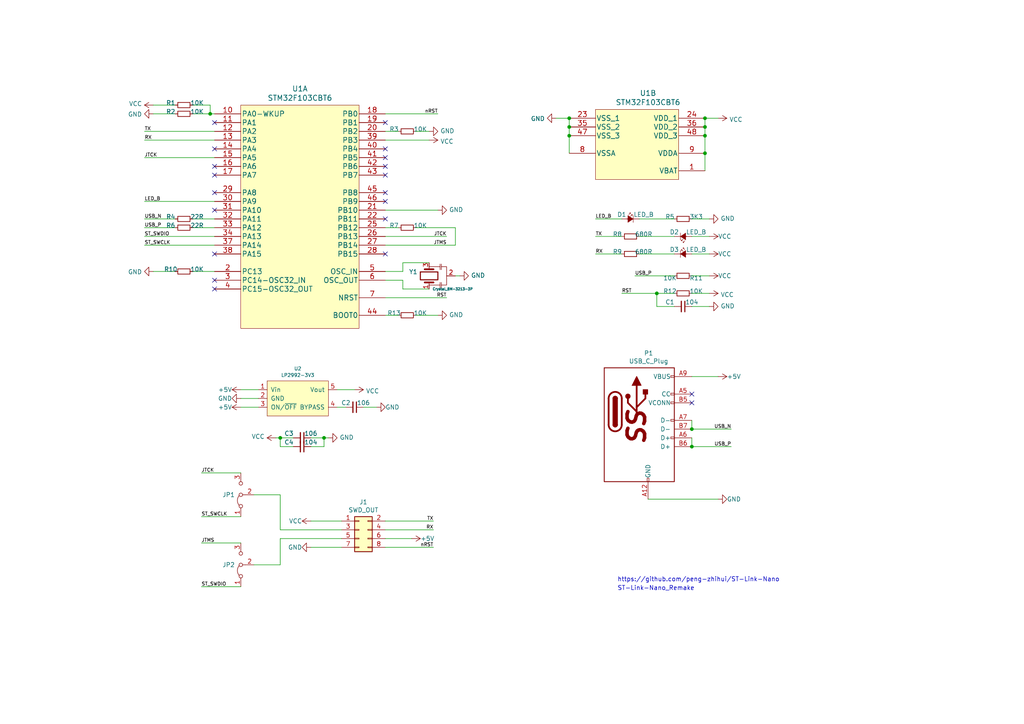
<source format=kicad_sch>
(kicad_sch (version 20211123) (generator eeschema)
  (paper "A4")
  (title_block (title "ST-Link-Nano-Remake") (date "2022-04-18") (rev "V0.1") (company "yelvlab") (comment 1 "From peng-zhihui") (comment 2 "Remake"))
  (lib_symbols
    (symbol "BPI-BasicComponents:C" (pin_numbers hide) (pin_names (offset 0.254) hide)
      (property "Reference" "C" (at 0.254 1.778 0))
      (property "Value" "BPI-BasicComponents_C" (at 0.254 -2.032 0))
      (symbol "C_0_1"
        (polyline (pts (xy -1.524 -0.508) (xy 1.524 -0.508)) (stroke (width 0.3302)))
        (polyline (pts (xy -1.524 0.508) (xy 1.524 0.508)) (stroke (width 0.3048)))
      )
      (symbol "C_1_1"
        (pin passive line (at 0 2.54 270) (length 2.032) (name "~") (number "1"))
        (pin passive line (at 0 -2.54 90) (length 2.032) (name "~") (number "2"))
      )
    )
    (symbol "BPI-BasicComponents:LED" (pin_numbers hide) (pin_names (offset 0.254) hide)
      (property "Reference" "D" (at -1.27 3.175 0))
      (property "Value" "BPI-BasicComponents_LED" (at -4.445 -2.54 0))
      (symbol "LED_0_1"
        (polyline (pts (xy -0.762 -1.016) (xy -0.762 1.016)) (stroke (width 0.127)))
        (polyline (pts (xy 1.016 0) (xy -0.762 0)))
        (polyline (pts (xy 0.762 -1.016) (xy -0.762 0) (xy 0.762 1.016) (xy 0.762 -1.016)) (stroke (width 0.0254)) (fill (type outline)))
        (polyline (pts (xy 0 0.762) (xy -0.508 1.27) (xy -0.254 1.27) (xy -0.508 1.27) (xy -0.508 1.016)) (stroke (width 0.127)))
        (polyline (pts (xy 0.508 1.27) (xy 0 1.778) (xy 0.254 1.778) (xy 0 1.778) (xy 0 1.524)) (stroke (width 0.127)))
      )
      (symbol "LED_1_1"
        (pin passive line (at -2.54 0 0) (length 1.778) (name "K") (number "1"))
        (pin passive line (at 2.54 0 180) (length 1.778) (name "A") (number "2"))
      )
    )
    (symbol "BPI-BasicComponents:R" (pin_numbers hide) (pin_names (offset 0.254) hide)
      (property "Reference" "R" (at 0.762 0.508 0))
      (property "Value" "BPI-BasicComponents_R" (at 0.762 -1.016 0))
      (symbol "R_0_1"
        (rectangle (start -0.762 1.778) (end 0.762 -1.778) (stroke (width 0.2032)))
      )
      (symbol "R_1_1"
        (pin passive line (at 0 2.54 270) (length 0.762) (name "~") (number "1"))
        (pin passive line (at 0 -2.54 90) (length 0.762) (name "~") (number "2"))
      )
    )
    (symbol "BPI-Connector:USB_C_Plug" (pin_names (offset 1.016))
      (property "Reference" "P" (at -10.16 29.21 0))
      (property "Value" "BPI-Connector_USB_C_Plug" (at 10.16 29.21 0))
      (symbol "USB_C_Plug_0_0"
        (rectangle (start 2.286 -5.08) (end 2.794 -4.064))
        (rectangle (start 10.16 7.874) (end 9.144 7.366))
        (rectangle (start 10.16 12.954) (end 9.144 12.446))
        (rectangle (start 10.16 18.034) (end 9.144 17.526))
        (rectangle (start 10.16 20.574) (end 9.144 20.066))
        (rectangle (start 10.16 25.654) (end 9.144 25.146))
        (text "SS" (at -0.762 10.795 900) (effects (font (size 5.08 5.08) bold italic)))
      )
      (symbol "USB_C_Plug_0_1"
        (rectangle (start -10.16 27.94) (end 10.16 -5.08) (stroke (width 0.254)))
        (arc (start -8.89 11.43) (mid -6.985 9.525) (end -5.08 11.43) (stroke (width 0.508)))
        (arc (start -7.62 11.43) (mid -6.985 10.795) (end -6.35 11.43) (stroke (width 0.254)))
        (arc (start -7.62 11.43) (mid -6.985 10.795) (end -6.35 11.43) (stroke (width 0.254)) (fill (type outline)))
        (rectangle (start -7.62 11.43) (end -6.35 19.05) (stroke (width 0.254)) (fill (type outline)))
        (arc (start -6.35 19.05) (mid -6.985 19.685) (end -7.62 19.05) (stroke (width 0.254)))
        (arc (start -6.35 19.05) (mid -6.985 19.685) (end -7.62 19.05) (stroke (width 0.254)) (fill (type outline)))
        (arc (start -5.08 19.05) (mid -6.985 20.955) (end -8.89 19.05) (stroke (width 0.508)))
        (circle (center -3.302 19.685) (radius 0.635) (stroke (width 0.254)) (fill (type outline)))
        (polyline (pts (xy -8.89 11.43) (xy -8.89 19.05)) (stroke (width 0.508)))
        (polyline (pts (xy -5.08 19.05) (xy -5.08 11.43)) (stroke (width 0.508)))
        (polyline (pts (xy -0.762 13.97) (xy -0.762 22.86)) (stroke (width 0.508)))
        (polyline (pts (xy -0.762 15.24) (xy -3.302 17.78) (xy -3.302 19.05)) (stroke (width 0.508)))
        (polyline (pts (xy -0.762 16.51) (xy 1.778 19.05) (xy 1.778 20.32)) (stroke (width 0.508)))
        (polyline (pts (xy -2.032 22.86) (xy -0.762 25.4) (xy 0.508 22.86) (xy -2.032 22.86)) (stroke (width 0.254)) (fill (type outline)))
        (rectangle (start 1.143 20.32) (end 2.413 21.59) (stroke (width 0.254)) (fill (type outline)))
      )
      (symbol "USB_C_Plug_1_1"
        (pin power_in line (at 2.54 -10.16 90) (length 5.08) hide (name "GND") (number "A1"))
        (pin power_in line (at 2.54 -10.16 90) (length 5.08) (name "GND") (number "A12"))
        (pin power_in line (at 15.24 25.4 180) (length 5.08) hide (name "VBUS") (number "A4"))
        (pin bidirectional line (at 15.24 20.32 180) (length 5.08) (name "CC") (number "A5"))
        (pin bidirectional line (at 15.24 7.62 180) (length 5.08) (name "D+") (number "A6"))
        (pin bidirectional line (at 15.24 12.7 180) (length 5.08) (name "D-") (number "A7"))
        (pin power_in line (at 15.24 25.4 180) (length 5.08) (name "VBUS") (number "A9"))
        (pin passive line (at 2.54 -10.16 90) (length 5.08) hide (name "GND") (number "B1"))
        (pin passive line (at 2.54 -10.16 90) (length 5.08) hide (name "GND") (number "B12"))
        (pin passive line (at 15.24 25.4 180) (length 5.08) hide (name "VBUS") (number "B4"))
        (pin bidirectional line (at 15.24 17.78 180) (length 5.08) (name "VCONN") (number "B5"))
        (pin bidirectional line (at 15.24 5.08 180) (length 5.08) (name "D+") (number "B6"))
        (pin bidirectional line (at 15.24 10.16 180) (length 5.08) (name "D-") (number "B7"))
        (pin passive line (at 15.24 25.4 180) (length 5.08) hide (name "VBUS") (number "B9"))
        (pin passive line (at 2.54 -10.16 90) (length 5.08) hide (name "GND") (number "S1"))
      )
    )
    (symbol "BPI-Crystal:Crystal_16M-3213-3P" (pin_names (offset 1.016))
      (property "Reference" "Y" (at 1.27 4.445 0))
      (property "Value" "BPI-Crystal_Crystal_16M-3213-3P" (at 1.27 4.445 0))
      (symbol "Crystal_16M-3213-3P_0_1"
        (polyline (pts (xy -3.556 -3.556) (xy -1.905 -3.556)))
        (polyline (pts (xy -3.556 -3.175) (xy -1.905 -3.175)))
        (polyline (pts (xy -2.667 0) (xy -2.667 -3.175)))
        (polyline (pts (xy 1.778 -3.556) (xy 3.429 -3.556)))
        (polyline (pts (xy 1.778 -3.175) (xy 3.429 -3.175)))
        (polyline (pts (xy 2.667 0) (xy 2.667 -3.175)))
        (polyline (pts (xy -2.667 -3.556) (xy -2.667 -5.08) (xy 2.667 -5.08) (xy 2.667 -3.556)))
      )
      (symbol "Crystal_16M-3213-3P_1_1"
        (rectangle (start -1.143 2.54) (end 1.143 -2.54) (stroke (width 0.3048)))
        (polyline (pts (xy -2.54 0) (xy -1.905 0)))
        (polyline (pts (xy -1.905 -1.27) (xy -1.905 1.27)) (stroke (width 0.508)))
        (polyline (pts (xy 1.905 -1.27) (xy 1.905 1.27)) (stroke (width 0.508)))
        (polyline (pts (xy 2.54 0) (xy 1.905 0)))
        (pin passive line (at -3.81 0 0) (length 1.27) (name "~") (number "1"))
        (pin bidirectional line (at 0 -7.62 90) (length 2.54) (name "~") (number "2"))
        (pin passive line (at 3.81 0 180) (length 1.27) (name "~") (number "3"))
      )
    )
    (symbol "BPI-MCU:STM32F103CBT6" (pin_names (offset 0.254))
      (property "Reference" "U" (at 1.27 3.81 0))
      (property "Value" "BPI-MCU_STM32F103CBT6" (at 8.89 1.27 0))
      (symbol "STM32F103CBT6_1_1"
        (rectangle (start 0 0) (end 34.29 -64.77) (stroke (width 0.127)) (fill (type background)))
        (pin bidirectional line (at -7.62 -2.54 0) (length 7.62) (name "PA0-WKUP") (number "10"))
        (pin bidirectional line (at -7.62 -5.08 0) (length 7.62) (name "PA1") (number "11"))
        (pin bidirectional line (at -7.62 -7.62 0) (length 7.62) (name "PA2") (number "12"))
        (pin bidirectional line (at -7.62 -10.16 0) (length 7.62) (name "PA3") (number "13"))
        (pin bidirectional line (at -7.62 -12.7 0) (length 7.62) (name "PA4") (number "14"))
        (pin bidirectional line (at -7.62 -15.24 0) (length 7.62) (name "PA5") (number "15"))
        (pin bidirectional line (at -7.62 -17.78 0) (length 7.62) (name "PA6") (number "16"))
        (pin bidirectional line (at -7.62 -20.32 0) (length 7.62) (name "PA7") (number "17"))
        (pin bidirectional line (at 41.91 -2.54 180) (length 7.62) (name "PB0") (number "18"))
        (pin bidirectional line (at 41.91 -5.08 180) (length 7.62) (name "PB1") (number "19"))
        (pin bidirectional line (at -7.62 -48.26 0) (length 7.62) (name "PC13") (number "2"))
        (pin bidirectional line (at 41.91 -7.62 180) (length 7.62) (name "PB2") (number "20"))
        (pin bidirectional line (at 41.91 -30.48 180) (length 7.62) (name "PB10") (number "21"))
        (pin bidirectional line (at 41.91 -33.02 180) (length 7.62) (name "PB11") (number "22"))
        (pin bidirectional line (at 41.91 -35.56 180) (length 7.62) (name "PB12") (number "25"))
        (pin bidirectional line (at 41.91 -38.1 180) (length 7.62) (name "PB13") (number "26"))
        (pin bidirectional line (at 41.91 -40.64 180) (length 7.62) (name "PB14") (number "27"))
        (pin bidirectional line (at 41.91 -43.18 180) (length 7.62) (name "PB15") (number "28"))
        (pin bidirectional line (at -7.62 -25.4 0) (length 7.62) (name "PA8") (number "29"))
        (pin bidirectional line (at -7.62 -50.8 0) (length 7.62) (name "PC14-OSC32_IN") (number "3"))
        (pin bidirectional line (at -7.62 -27.94 0) (length 7.62) (name "PA9") (number "30"))
        (pin bidirectional line (at -7.62 -30.48 0) (length 7.62) (name "PA10") (number "31"))
        (pin bidirectional line (at -7.62 -33.02 0) (length 7.62) (name "PA11") (number "32"))
        (pin bidirectional line (at -7.62 -35.56 0) (length 7.62) (name "PA12") (number "33"))
        (pin bidirectional line (at -7.62 -38.1 0) (length 7.62) (name "PA13") (number "34"))
        (pin bidirectional line (at -7.62 -40.64 0) (length 7.62) (name "PA14") (number "37"))
        (pin bidirectional line (at -7.62 -43.18 0) (length 7.62) (name "PA15") (number "38"))
        (pin bidirectional line (at 41.91 -10.16 180) (length 7.62) (name "PB3") (number "39"))
        (pin bidirectional line (at -7.62 -53.34 0) (length 7.62) (name "PC15-OSC32_OUT") (number "4"))
        (pin bidirectional line (at 41.91 -12.7 180) (length 7.62) (name "PB4") (number "40"))
        (pin bidirectional line (at 41.91 -15.24 180) (length 7.62) (name "PB5") (number "41"))
        (pin bidirectional line (at 41.91 -17.78 180) (length 7.62) (name "PB6") (number "42"))
        (pin bidirectional line (at 41.91 -20.32 180) (length 7.62) (name "PB7") (number "43"))
        (pin input line (at 41.91 -60.96 180) (length 7.62) (name "BOOT0") (number "44"))
        (pin bidirectional line (at 41.91 -25.4 180) (length 7.62) (name "PB8") (number "45"))
        (pin bidirectional line (at 41.91 -27.94 180) (length 7.62) (name "PB9") (number "46"))
        (pin input line (at 41.91 -48.26 180) (length 7.62) (name "OSC_IN") (number "5"))
        (pin output line (at 41.91 -50.8 180) (length 7.62) (name "OSC_OUT") (number "6"))
        (pin bidirectional line (at 41.91 -55.88 180) (length 7.62) (name "NRST") (number "7"))
      )
      (symbol "STM32F103CBT6_2_1"
        (rectangle (start 0 0) (end 24.13 -20.32) (stroke (width 0.127)) (fill (type background)))
        (pin power_in line (at 31.75 -17.78 180) (length 7.62) (name "VBAT") (number "1"))
        (pin power_in line (at -7.62 -2.54 0) (length 7.62) (name "VSS_1") (number "23"))
        (pin power_in line (at 31.75 -2.54 180) (length 7.62) (name "VDD_1") (number "24"))
        (pin power_in line (at -7.62 -5.08 0) (length 7.62) (name "VSS_2") (number "35"))
        (pin power_in line (at 31.75 -5.08 180) (length 7.62) (name "VDD_2") (number "36"))
        (pin power_in line (at -7.62 -7.62 0) (length 7.62) (name "VSS_3") (number "47"))
        (pin power_in line (at 31.75 -7.62 180) (length 7.62) (name "VDD_3") (number "48"))
        (pin power_in line (at -7.62 -12.7 0) (length 7.62) (name "VSSA") (number "8"))
        (pin power_in line (at 31.75 -12.7 180) (length 7.62) (name "VDDA") (number "9"))
      )
    )
    (symbol "BPI-Power-LDO:LP2992" (pin_names (offset 1.016))
      (property "Reference" "U" (at 0 1.27 0))
      (property "Value" "BPI-Power-LDO_LP2992" (at 0 1.27 0))
      (symbol "LP2992_0_1"
        (rectangle (start 0 0) (end 17.78 -10.16) (stroke (width 0.127)) (fill (type background)))
      )
      (symbol "LP2992_1_1"
        (pin power_in line (at -2.54 -2.54 0) (length 2.54) (name "Vin") (number "1"))
        (pin power_in line (at -2.54 -5.08 0) (length 2.54) (name "GND") (number "2"))
        (pin input line (at -2.54 -7.62 0) (length 2.54) (name "ON/~{OFF}") (number "3"))
        (pin input line (at 20.32 -7.62 180) (length 2.54) (name "BYPASS") (number "4"))
        (pin power_out line (at 20.32 -2.54 180) (length 2.54) (name "Vout") (number "5"))
      )
    )
    (symbol "Connector_Generic:Conn_02x04_Odd_Even" (pin_names (offset 1.016) hide)
      (property "Reference" "J" (at 1.27 5.08 0))
      (property "Value" "Conn_02x04_Odd_Even" (at 1.27 -7.62 0))
      (symbol "Conn_02x04_Odd_Even_1_1"
        (rectangle (start -1.27 -4.953) (end 0 -5.207) (stroke (width 0.1524)))
        (rectangle (start -1.27 -2.413) (end 0 -2.667) (stroke (width 0.1524)))
        (rectangle (start -1.27 0.127) (end 0 -0.127) (stroke (width 0.1524)))
        (rectangle (start -1.27 2.667) (end 0 2.413) (stroke (width 0.1524)))
        (rectangle (start -1.27 3.81) (end 3.81 -6.35) (stroke (width 0.254)) (fill (type background)))
        (rectangle (start 3.81 -4.953) (end 2.54 -5.207) (stroke (width 0.1524)))
        (rectangle (start 3.81 -2.413) (end 2.54 -2.667) (stroke (width 0.1524)))
        (rectangle (start 3.81 0.127) (end 2.54 -0.127) (stroke (width 0.1524)))
        (rectangle (start 3.81 2.667) (end 2.54 2.413) (stroke (width 0.1524)))
        (pin passive line (at -5.08 2.54 0) (length 3.81) (name "Pin_1") (number "1"))
        (pin passive line (at 7.62 2.54 180) (length 3.81) (name "Pin_2") (number "2"))
        (pin passive line (at -5.08 0 0) (length 3.81) (name "Pin_3") (number "3"))
        (pin passive line (at 7.62 0 180) (length 3.81) (name "Pin_4") (number "4"))
        (pin passive line (at -5.08 -2.54 0) (length 3.81) (name "Pin_5") (number "5"))
        (pin passive line (at 7.62 -2.54 180) (length 3.81) (name "Pin_6") (number "6"))
        (pin passive line (at -5.08 -5.08 0) (length 3.81) (name "Pin_7") (number "7"))
        (pin passive line (at 7.62 -5.08 180) (length 3.81) (name "Pin_8") (number "8"))
      )
    )
    (symbol "Jumper:Jumper_3_Bridged12" (pin_names (offset 0) hide)
      (property "Reference" "JP" (at -2.54 -2.54 0))
      (property "Value" "Jumper_3_Bridged12" (at 0 2.794 0))
      (symbol "Jumper_3_Bridged12_0_0"
        (circle (center -3.302 0) (radius 0.508))
        (circle (center 0 0) (radius 0.508))
        (circle (center 3.302 0) (radius 0.508))
      )
      (symbol "Jumper_3_Bridged12_0_1"
        (arc (start -0.254 0.508) (mid -1.651 0.9912) (end -3.048 0.508))
        (polyline (pts (xy 0 -1.27) (xy 0 -0.508)))
      )
      (symbol "Jumper_3_Bridged12_1_1"
        (pin passive line (at -6.35 0 0) (length 2.54) (name "A") (number "1"))
        (pin passive line (at 0 -3.81 90) (length 2.54) (name "C") (number "2"))
        (pin passive line (at 6.35 0 180) (length 2.54) (name "B") (number "3"))
      )
    )
    (symbol "power:+5V" (power) (pin_names (offset 0))
      (property "Value" "+5V" (at 0 3.556 0))
      (symbol "+5V_0_1"
        (polyline (pts (xy -0.762 1.27) (xy 0 2.54)))
        (polyline (pts (xy 0 0) (xy 0 2.54)))
        (polyline (pts (xy 0 2.54) (xy 0.762 1.27)))
      )
      (symbol "+5V_1_1"
        (pin power_in line (at 0 0 90) (length 0) hide (name "+5V") (number "1"))
      )
    )
    (symbol "power:GND" (power) (pin_names (offset 0))
      (property "Value" "GND" (at 0 -3.81 0))
      (symbol "GND_0_1"
        (polyline (pts (xy 0 0) (xy 0 -1.27) (xy 1.27 -1.27) (xy 0 -2.54) (xy -1.27 -1.27) (xy 0 -1.27)))
      )
      (symbol "GND_1_1"
        (pin power_in line (at 0 0 270) (length 0) hide (name "GND") (number "1"))
      )
    )
    (symbol "power:VCC" (power) (pin_names (offset 0))
      (property "Value" "VCC" (at 0 3.81 0))
      (symbol "VCC_0_1"
        (polyline (pts (xy -0.762 1.27) (xy 0 2.54)))
        (polyline (pts (xy 0 0) (xy 0 2.54)))
        (polyline (pts (xy 0 2.54) (xy 0.762 1.27)))
      )
      (symbol "VCC_1_1"
        (pin power_in line (at 0 0 90) (length 0) hide (name "VCC") (number "1"))
      )
    )
  )
  (junction (at 93.98 127))
  (junction (at 204.47 36.83))
  (junction (at 60.96 33.02))
  (junction (at 190.5 85.09))
  (junction (at 81.28 127))
  (junction (at 204.47 34.29))
  (junction (at 204.47 39.37))
  (junction (at 165.1 36.83))
  (junction (at 165.1 34.29))
  (junction (at 200.66 124.46))
  (junction (at 200.66 129.54))
  (junction (at 204.47 44.45))
  (junction (at 165.1 39.37))
  (no_connect (at 62.23 48.26))
  (no_connect (at 62.23 55.88))
  (no_connect (at 62.23 83.82))
  (no_connect (at 62.23 81.28))
  (no_connect (at 62.23 50.8))
  (no_connect (at 62.23 60.96))
  (no_connect (at 200.66 116.84))
  (no_connect (at 111.76 45.72))
  (no_connect (at 111.76 43.18))
  (no_connect (at 111.76 50.8))
  (no_connect (at 111.76 58.42))
  (no_connect (at 62.23 73.66))
  (no_connect (at 111.76 55.88))
  (no_connect (at 111.76 73.66))
  (no_connect (at 111.76 35.56))
  (no_connect (at 111.76 63.5))
  (no_connect (at 111.76 48.26))
  (no_connect (at 200.66 114.3))
  (no_connect (at 62.23 43.18))
  (no_connect (at 62.23 35.56))
  (wire (pts (xy 185.42 68.58) (xy 195.58 68.58)))
  (wire (pts (xy 165.1 34.29) (xy 161.29 34.29)))
  (wire (pts (xy 50.8 63.5) (xy 41.91 63.5)))
  (wire (pts (xy 99.06 151.13) (xy 90.17 151.13)))
  (wire (pts (xy 81.28 156.21) (xy 99.06 156.21)))
  (wire (pts (xy 62.23 40.64) (xy 41.91 40.64)))
  (wire (pts (xy 111.76 40.64) (xy 124.46 40.64)))
  (wire (pts (xy 180.34 73.66) (xy 172.72 73.66)))
  (wire (pts (xy 132.08 71.12) (xy 111.76 71.12)))
  (wire (pts (xy 200.66 68.58) (xy 205.74 68.58)))
  (wire (pts (xy 200.66 73.66) (xy 205.74 73.66)))
  (wire (pts (xy 80.01 127) (xy 81.28 127)))
  (wire (pts (xy 93.98 129.54) (xy 93.98 127)))
  (wire (pts (xy 111.76 33.02) (xy 127 33.02)))
  (wire (pts (xy 204.47 49.53) (xy 204.47 44.45)))
  (wire (pts (xy 62.23 58.42) (xy 41.91 58.42)))
  (wire (pts (xy 200.66 88.9) (xy 205.74 88.9)))
  (wire (pts (xy 111.76 91.44) (xy 115.57 91.44)))
  (wire (pts (xy 74.93 115.57) (xy 69.85 115.57)))
  (wire (pts (xy 111.76 60.96) (xy 127 60.96)))
  (wire (pts (xy 97.79 113.03) (xy 102.87 113.03)))
  (wire (pts (xy 116.84 78.74) (xy 111.76 78.74)))
  (wire (pts (xy 60.96 30.48) (xy 60.96 33.02)))
  (wire (pts (xy 62.23 68.58) (xy 41.91 68.58)))
  (wire (pts (xy 44.45 78.74) (xy 50.8 78.74)))
  (wire (pts (xy 111.76 38.1) (xy 115.57 38.1)))
  (wire (pts (xy 195.58 80.01) (xy 184.15 80.01)))
  (wire (pts (xy 132.08 66.04) (xy 132.08 71.12)))
  (wire (pts (xy 74.93 113.03) (xy 69.85 113.03)))
  (wire (pts (xy 190.5 88.9) (xy 190.5 85.09)))
  (wire (pts (xy 165.1 36.83) (xy 165.1 34.29)))
  (wire (pts (xy 180.34 63.5) (xy 172.72 63.5)))
  (wire (pts (xy 73.66 143.51) (xy 81.28 143.51)))
  (wire (pts (xy 81.28 163.83) (xy 81.28 156.21)))
  (wire (pts (xy 69.85 149.86) (xy 58.42 149.86)))
  (wire (pts (xy 73.66 163.83) (xy 81.28 163.83)))
  (wire (pts (xy 116.84 83.82) (xy 124.46 83.82)))
  (wire (pts (xy 200.66 80.01) (xy 205.74 80.01)))
  (wire (pts (xy 97.79 118.11) (xy 100.33 118.11)))
  (wire (pts (xy 185.42 73.66) (xy 195.58 73.66)))
  (wire (pts (xy 200.66 85.09) (xy 205.74 85.09)))
  (wire (pts (xy 116.84 81.28) (xy 116.84 83.82)))
  (wire (pts (xy 90.17 127) (xy 93.98 127)))
  (wire (pts (xy 120.65 38.1) (xy 124.46 38.1)))
  (wire (pts (xy 74.93 118.11) (xy 69.85 118.11)))
  (wire (pts (xy 69.85 137.16) (xy 58.42 137.16)))
  (wire (pts (xy 81.28 129.54) (xy 85.09 129.54)))
  (wire (pts (xy 185.42 63.5) (xy 195.58 63.5)))
  (wire (pts (xy 200.66 129.54) (xy 212.09 129.54)))
  (wire (pts (xy 187.96 144.78) (xy 208.28 144.78)))
  (wire (pts (xy 200.66 63.5) (xy 205.74 63.5)))
  (wire (pts (xy 204.47 44.45) (xy 204.47 39.37)))
  (wire (pts (xy 50.8 33.02) (xy 44.45 33.02)))
  (wire (pts (xy 105.41 118.11) (xy 109.22 118.11)))
  (wire (pts (xy 132.08 80.01) (xy 133.35 80.01)))
  (wire (pts (xy 204.47 34.29) (xy 208.28 34.29)))
  (wire (pts (xy 55.88 33.02) (xy 60.96 33.02)))
  (wire (pts (xy 69.85 170.18) (xy 58.42 170.18)))
  (wire (pts (xy 124.46 76.2) (xy 116.84 76.2)))
  (wire (pts (xy 116.84 76.2) (xy 116.84 78.74)))
  (wire (pts (xy 125.73 158.75) (xy 111.76 158.75)))
  (wire (pts (xy 120.65 66.04) (xy 132.08 66.04)))
  (wire (pts (xy 204.47 39.37) (xy 204.47 36.83)))
  (wire (pts (xy 93.98 127) (xy 95.25 127)))
  (wire (pts (xy 69.85 157.48) (xy 58.42 157.48)))
  (wire (pts (xy 55.88 78.74) (xy 62.23 78.74)))
  (wire (pts (xy 99.06 158.75) (xy 90.17 158.75)))
  (wire (pts (xy 62.23 38.1) (xy 41.91 38.1)))
  (wire (pts (xy 81.28 143.51) (xy 81.28 153.67)))
  (wire (pts (xy 90.17 129.54) (xy 93.98 129.54)))
  (wire (pts (xy 50.8 30.48) (xy 44.45 30.48)))
  (wire (pts (xy 111.76 81.28) (xy 116.84 81.28)))
  (wire (pts (xy 125.73 151.13) (xy 111.76 151.13)))
  (wire (pts (xy 111.76 68.58) (xy 129.54 68.58)))
  (wire (pts (xy 81.28 127) (xy 81.28 129.54)))
  (wire (pts (xy 204.47 36.83) (xy 204.47 34.29)))
  (wire (pts (xy 165.1 39.37) (xy 165.1 36.83)))
  (wire (pts (xy 195.58 88.9) (xy 190.5 88.9)))
  (wire (pts (xy 120.65 91.44) (xy 127 91.44)))
  (wire (pts (xy 180.34 68.58) (xy 172.72 68.58)))
  (wire (pts (xy 55.88 66.04) (xy 62.23 66.04)))
  (wire (pts (xy 62.23 71.12) (xy 41.91 71.12)))
  (wire (pts (xy 55.88 63.5) (xy 62.23 63.5)))
  (wire (pts (xy 111.76 66.04) (xy 115.57 66.04)))
  (wire (pts (xy 81.28 153.67) (xy 99.06 153.67)))
  (wire (pts (xy 200.66 124.46) (xy 212.09 124.46)))
  (wire (pts (xy 55.88 30.48) (xy 60.96 30.48)))
  (wire (pts (xy 180.34 85.09) (xy 190.5 85.09)))
  (wire (pts (xy 200.66 127) (xy 200.66 129.54)))
  (wire (pts (xy 119.38 156.21) (xy 111.76 156.21)))
  (wire (pts (xy 165.1 44.45) (xy 165.1 39.37)))
  (wire (pts (xy 200.66 109.22) (xy 208.28 109.22)))
  (wire (pts (xy 50.8 66.04) (xy 41.91 66.04)))
  (wire (pts (xy 125.73 153.67) (xy 111.76 153.67)))
  (wire (pts (xy 190.5 85.09) (xy 195.58 85.09)))
  (wire (pts (xy 111.76 86.36) (xy 129.54 86.36)))
  (wire (pts (xy 81.28 127) (xy 85.09 127)))
  (wire (pts (xy 62.23 45.72) (xy 41.91 45.72)))
  (wire (pts (xy 60.96 33.02) (xy 62.23 33.02)))
  (wire (pts (xy 200.66 121.92) (xy 200.66 124.46)))
  (text "https://github.com/peng-zhihui/ST-Link-Nano" (at 179.07 168.91 0) (effects (font (size 1.27 1.27)) (justify left bottom)))
  (text "ST-Link-Nano_Remake\n" (at 179.07 171.45 0) (effects (font (size 1.27 1.27)) (justify left bottom)))
  (label "LED_B" (at 172.72 63.5 0) (effects (font (size 0.9906 0.9906))))
  (label "JTCK" (at 58.42 137.16 0) (effects (font (size 0.9906 0.9906))))
  (label "TX" (at 125.73 151.13 180) (effects (font (size 0.9906 0.9906))))
  (label "ST_SWDIO" (at 41.91 68.58 0) (effects (font (size 0.9906 0.9906))))
  (label "RX" (at 172.72 73.66 0) (effects (font (size 0.9906 0.9906))))
  (label "TX" (at 172.72 68.58 0) (effects (font (size 0.9906 0.9906))))
  (label "USB_P" (at 41.91 66.04 0) (effects (font (size 0.9906 0.9906))))
  (label "USB_P" (at 184.15 80.01 0) (effects (font (size 0.9906 0.9906))))
  (label "JTCK" (at 129.54 68.58 180) (effects (font (size 0.9906 0.9906))))
  (label "USB_N" (at 212.09 124.46 180) (effects (font (size 0.9906 0.9906))))
  (label "nRST" (at 125.73 158.75 180) (effects (font (size 0.9906 0.9906))))
  (label "LED_B" (at 41.91 58.42 0) (effects (font (size 0.9906 0.9906))))
  (label "ST_SWCLK" (at 41.91 71.12 0) (effects (font (size 0.9906 0.9906))))
  (label "USB_N" (at 41.91 63.5 0) (effects (font (size 0.9906 0.9906))))
  (label "JTMS" (at 58.42 157.48 0) (effects (font (size 0.9906 0.9906))))
  (label "TX" (at 41.91 38.1 0) (effects (font (size 0.9906 0.9906))))
  (label "RST" (at 180.34 85.09 0) (effects (font (size 0.9906 0.9906))))
  (label "RX" (at 125.73 153.67 180) (effects (font (size 0.9906 0.9906))))
  (label "RX" (at 41.91 40.64 0) (effects (font (size 0.9906 0.9906))))
  (label "USB_P" (at 212.09 129.54 180) (effects (font (size 0.9906 0.9906))))
  (label "JTCK" (at 41.91 45.72 0) (effects (font (size 0.9906 0.9906))))
  (label "RST" (at 129.54 86.36 180) (effects (font (size 0.9906 0.9906))))
  (label "ST_SWDIO" (at 58.42 170.18 0) (effects (font (size 0.9906 0.9906))))
  (label "JTMS" (at 129.54 71.12 180) (effects (font (size 0.9906 0.9906))))
  (label "ST_SWCLK" (at 58.42 149.86 0) (effects (font (size 0.9906 0.9906))))
  (label "nRST" (at 127 33.02 180) (effects (font (size 0.9906 0.9906))))
  (symbol (lib_id "BPI-MCU:STM32F103CBT6") (at 69.85 30.48 0) (unit 1)
    (property "Reference" "U1" (at 86.995 25.7302 0) (effects (font (size 1.524 1.524))))
    (property "Value" "STM32F103CBT6" (at 86.995 28.4226 0) (effects (font (size 1.524 1.524))))
    (property "Footprint" "BPI:QFP-48_7x7_Pitch0.5mm" (effects hide))
  )
  (symbol (lib_id "BPI-MCU:STM32F103CBT6") (at 172.72 31.75 0) (unit 2)
    (property "Reference" "U1" (at 187.96 27.0002 0) (effects (font (size 1.524 1.524))))
    (property "Value" "STM32F103CBT6" (at 187.96 29.6926 0) (effects (font (size 1.524 1.524))))
    (property "Footprint" "BPI:QFP-48_7x7_Pitch0.5mm" (effects hide))
  )
  (symbol (lib_id "BPI-BasicComponents:R") (at 53.34 33.02 270) (unit 1)
    (property "Reference" "R2" (at 49.53 32.385 90))
    (property "Value" "10K" (at 57.15 32.385 90))
    (property "Footprint" "BPI:R0402" (effects hide))
  )
  (symbol (lib_id "BPI-BasicComponents:R") (at 53.34 30.48 270) (unit 1)
    (property "Reference" "R1" (at 49.53 29.845 90))
    (property "Value" "10K" (at 57.15 29.845 90))
    (property "Footprint" "BPI:R0402" (effects hide))
  )
  (symbol (lib_id "power:VCC") (at 44.45 30.48 90) (unit 1)
    (property "Reference" "#PWR01" (effects hide))
    (property "Value" "VCC" (at 41.2242 30.099 90) (effects (justify left)))
  )
  (symbol (lib_id "power:GND") (at 44.45 33.02 270) (unit 1)
    (property "Reference" "#PWR02" (effects hide))
    (property "Value" "GND" (at 41.1988 33.147 90) (effects (justify right)))
  )
  (symbol (lib_id "BPI-BasicComponents:R") (at 53.34 63.5 270) (unit 1)
    (property "Reference" "R4" (at 49.53 62.865 90))
    (property "Value" "22R" (at 57.15 62.865 90))
    (property "Footprint" "BPI:R0402" (effects hide))
  )
  (symbol (lib_id "BPI-BasicComponents:R") (at 53.34 66.04 270) (unit 1)
    (property "Reference" "R6" (at 49.53 65.405 90))
    (property "Value" "22R" (at 57.15 65.405 90))
    (property "Footprint" "BPI:R0402" (effects hide))
  )
  (symbol (lib_id "BPI-Crystal:Crystal_16M-3213-3P") (at 124.46 80.01 90) (unit 1)
    (property "Reference" "Y1" (at 121.1326 78.8416 90) (effects (justify left)))
    (property "Value" "Crystal_8M-3213-3P" (at 137.16 83.82 90) (effects (font (size 0.7112 0.7112)) (justify left)))
    (property "Footprint" "BPI:CSTCE16M" (effects hide))
  )
  (symbol (lib_id "power:GND") (at 133.35 80.01 90) (unit 1)
    (property "Reference" "#PWR011" (effects hide))
    (property "Value" "GND" (at 136.6012 79.883 90) (effects (justify right)))
  )
  (symbol (lib_id "BPI-BasicComponents:R") (at 118.11 91.44 270) (unit 1)
    (property "Reference" "R13" (at 114.3 90.805 90))
    (property "Value" "10K" (at 121.92 90.805 90))
    (property "Footprint" "BPI:R0402" (effects hide))
  )
  (symbol (lib_id "power:GND") (at 127 91.44 90) (unit 1)
    (property "Reference" "#PWR015" (effects hide))
    (property "Value" "GND" (at 130.2512 91.313 90) (effects (justify right)))
  )
  (symbol (lib_id "BPI-BasicComponents:R") (at 198.12 85.09 270) (unit 1)
    (property "Reference" "R12" (at 194.31 84.455 90))
    (property "Value" "10K" (at 201.93 84.455 90))
    (property "Footprint" "BPI:R0402" (effects hide))
  )
  (symbol (lib_id "power:VCC") (at 205.74 85.09 270) (unit 1)
    (property "Reference" "#PWR013" (effects hide))
    (property "Value" "VCC" (at 208.9912 85.471 90) (effects (justify left)))
  )
  (symbol (lib_id "BPI-BasicComponents:C") (at 198.12 88.9 270) (unit 1)
    (property "Reference" "C1" (at 194.31 87.63 90))
    (property "Value" "104" (at 200.66 87.63 90))
    (property "Footprint" "BPI:C0402" (effects hide))
  )
  (symbol (lib_id "power:GND") (at 205.74 88.9 90) (unit 1)
    (property "Reference" "#PWR014" (effects hide))
    (property "Value" "GND" (at 208.9912 88.773 90) (effects (justify right)))
  )
  (symbol (lib_id "BPI-BasicComponents:R") (at 53.34 78.74 270) (unit 1)
    (property "Reference" "R10" (at 49.53 78.105 90))
    (property "Value" "10K" (at 57.15 78.105 90))
    (property "Footprint" "BPI:R0402" (effects hide))
  )
  (symbol (lib_id "power:GND") (at 44.45 78.74 270) (unit 1)
    (property "Reference" "#PWR010" (effects hide))
    (property "Value" "GND" (at 41.1988 78.867 90) (effects (justify right)))
  )
  (symbol (lib_id "BPI-BasicComponents:R") (at 118.11 66.04 270) (unit 1)
    (property "Reference" "R7" (at 114.3 65.405 90))
    (property "Value" "10K" (at 121.92 65.405 90))
    (property "Footprint" "BPI:R0402" (effects hide))
  )
  (symbol (lib_id "power:GND") (at 127 60.96 90) (unit 1)
    (property "Reference" "#PWR06" (effects hide))
    (property "Value" "GND" (at 130.2512 60.833 90) (effects (justify right)))
  )
  (symbol (lib_id "BPI-BasicComponents:R") (at 118.11 38.1 270) (unit 1)
    (property "Reference" "R3" (at 114.3 37.465 90))
    (property "Value" "10K" (at 121.92 37.465 90))
    (property "Footprint" "BPI:R0402" (effects hide))
  )
  (symbol (lib_id "power:VCC") (at 124.46 40.64 270) (unit 1)
    (property "Reference" "#PWR05" (effects hide))
    (property "Value" "VCC" (at 127.7112 41.021 90) (effects (justify left)))
  )
  (symbol (lib_id "power:VCC") (at 208.28 34.29 270) (unit 1)
    (property "Reference" "#PWR04" (effects hide))
    (property "Value" "VCC" (at 211.5312 34.671 90) (effects (justify left)))
  )
  (symbol (lib_id "power:GND") (at 161.29 34.29 270) (unit 1)
    (property "Reference" "#PWR03" (effects hide))
    (property "Value" "GND" (at 158.0388 34.417 90) (effects (justify right)))
  )
  (symbol (lib_id "BPI-Power-LDO:LP2992") (at 77.47 110.49 0) (unit 1)
    (property "Reference" "U2" (at 86.36 106.9086 0) (effects (font (size 0.9906 0.9906))))
    (property "Value" "LP2992-3V3" (at 86.36 108.8136 0) (effects (font (size 0.9906 0.9906))))
    (property "Footprint" "Package_TO_SOT_SMD:SOT-23-5" (effects hide))
  )
  (symbol (lib_id "power:+5V") (at 69.85 113.03 90) (unit 1)
    (property "Reference" "#PWR017" (effects hide))
    (property "Value" "+5V" (at 67.31 113.03 90) (effects (justify left)))
  )
  (symbol (lib_id "power:+5V") (at 69.85 118.11 90) (unit 1)
    (property "Reference" "#PWR020" (effects hide))
    (property "Value" "+5V" (at 67.31 118.11 90) (effects (justify left)))
  )
  (symbol (lib_id "power:GND") (at 69.85 115.57 270) (unit 1)
    (property "Reference" "#PWR019" (effects hide))
    (property "Value" "GND" (at 67.31 115.57 90) (effects (justify right)))
  )
  (symbol (lib_id "power:VCC") (at 102.87 113.03 270) (unit 1)
    (property "Reference" "#PWR018" (effects hide))
    (property "Value" "VCC" (at 106.1212 113.411 90) (effects (justify left)))
  )
  (symbol (lib_id "BPI-BasicComponents:C") (at 102.87 118.11 270) (unit 1)
    (property "Reference" "C2" (at 100.33 116.84 90))
    (property "Value" "106" (at 105.41 116.84 90))
    (property "Footprint" "BPI:C0402" (effects hide))
  )
  (symbol (lib_id "power:GND") (at 109.22 118.11 90) (unit 1)
    (property "Reference" "#PWR021" (effects hide))
    (property "Value" "GND" (at 111.76 118.11 90) (effects (justify right)))
  )
  (symbol (lib_id "BPI-BasicComponents:C") (at 87.63 127 270) (unit 1)
    (property "Reference" "C3" (at 83.82 125.73 90))
    (property "Value" "106" (at 90.17 125.73 90))
    (property "Footprint" "BPI:C0402" (effects hide))
  )
  (symbol (lib_id "BPI-BasicComponents:C") (at 87.63 129.54 270) (unit 1)
    (property "Reference" "C4" (at 83.82 128.27 90))
    (property "Value" "104" (at 90.17 128.27 90))
    (property "Footprint" "BPI:C0402" (effects hide))
  )
  (symbol (lib_id "power:GND") (at 95.25 127 90) (unit 1)
    (property "Reference" "#PWR023" (effects hide))
    (property "Value" "GND" (at 98.5012 126.873 90) (effects (justify right)))
  )
  (symbol (lib_id "power:VCC") (at 80.01 127 90) (unit 1)
    (property "Reference" "#PWR022" (effects hide))
    (property "Value" "VCC" (at 76.7842 126.619 90) (effects (justify left)))
  )
  (symbol (lib_id "Connector_Generic:Conn_02x04_Odd_Even") (at 104.14 153.67 0) (unit 1)
    (property "Reference" "J1" (at 105.41 145.6182 0))
    (property "Value" "SWD_OUT" (at 105.41 147.9296 0))
    (property "Footprint" "BPI:PinSocket_2x04_P2.54mm_Vertical_SMD" (effects hide))
  )
  (symbol (lib_id "power:+5V") (at 119.38 156.21 270) (unit 1)
    (property "Reference" "#PWR026" (effects hide))
    (property "Value" "+5V" (at 121.92 156.21 90) (effects (justify left)))
  )
  (symbol (lib_id "power:GND") (at 90.17 158.75 270) (unit 1)
    (property "Reference" "#PWR027" (effects hide))
    (property "Value" "GND" (at 87.63 158.75 90) (effects (justify right)))
  )
  (symbol (lib_id "power:VCC") (at 90.17 151.13 90) (unit 1)
    (property "Reference" "#PWR025" (effects hide))
    (property "Value" "VCC" (at 87.63 151.13 90) (effects (justify left)))
  )
  (symbol (lib_id "Jumper:Jumper_3_Bridged12") (at 69.85 163.83 90) (unit 1)
    (property "Reference" "JP2" (at 68.1482 163.83 90) (effects (justify left)))
    (property "Value" "Jumper_3_Bridged12" (effects hide))
    (property "Footprint" "BPI:JUMPER_0402" (effects hide))
  )
  (symbol (lib_id "Jumper:Jumper_3_Bridged12") (at 69.85 143.51 90) (unit 1)
    (property "Reference" "JP1" (at 68.1482 143.51 90) (effects (justify left)))
    (property "Value" "Jumper_3_Bridged12" (effects hide))
    (property "Footprint" "BPI:JUMPER_0402" (effects hide))
  )
  (symbol (lib_id "BPI-Connector:USB_C_Plug") (at 185.42 134.62 0) (unit 1)
    (property "Reference" "P1" (at 188.1378 102.4382 0))
    (property "Value" "USB_C_Plug" (at 188.1378 104.7496 0))
    (property "Footprint" "Connector_USB:USB_C_Receptacle_HRO_TYPE-C-31-M-12" (effects hide))
    (property "Datasheet" "https://www.usb.org/sites/default/files/documents/usb_type-c.zip" (effects hide))
  )
  (symbol (lib_id "power:+5V") (at 208.28 109.22 270) (unit 1)
    (property "Reference" "#PWR016" (effects hide))
    (property "Value" "+5V" (at 210.82 109.22 90) (effects (justify left)))
  )
  (symbol (lib_id "power:GND") (at 208.28 144.78 90) (unit 1)
    (property "Reference" "#PWR024" (effects hide))
    (property "Value" "GND" (at 210.82 144.78 90) (effects (justify right)))
  )
  (symbol (lib_id "BPI-BasicComponents:LED") (at 182.88 63.5 0) (mirror y) (unit 1)
    (property "Reference" "D1" (at 180.34 62.23 0))
    (property "Value" "LED_B" (at 186.69 62.23 0))
    (property "Footprint" "LED_SMD:LED_0402_1005Metric" (effects hide))
  )
  (symbol (lib_id "BPI-BasicComponents:R") (at 198.12 63.5 270) (unit 1)
    (property "Reference" "R5" (at 194.31 62.865 90))
    (property "Value" "3K3" (at 201.93 62.865 90))
    (property "Footprint" "BPI:R0402" (effects hide))
  )
  (symbol (lib_id "power:GND") (at 205.74 63.5 90) (unit 1)
    (property "Reference" "#PWR07" (effects hide))
    (property "Value" "GND" (at 208.9912 63.373 90) (effects (justify right)))
  )
  (symbol (lib_id "BPI-BasicComponents:LED") (at 198.12 68.58 0) (mirror x) (unit 1)
    (property "Reference" "D2" (at 195.58 67.31 0))
    (property "Value" "LED_B" (at 201.93 67.31 0))
    (property "Footprint" "LED_SMD:LED_0402_1005Metric" (effects hide))
  )
  (symbol (lib_id "BPI-BasicComponents:R") (at 182.88 68.58 270) (unit 1)
    (property "Reference" "R8" (at 179.07 67.945 90))
    (property "Value" "680R" (at 186.69 67.945 90))
    (property "Footprint" "BPI:R0402" (effects hide))
  )
  (symbol (lib_id "BPI-BasicComponents:LED") (at 198.12 73.66 0) (unit 1)
    (property "Reference" "D3" (at 195.58 72.39 0))
    (property "Value" "LED_B" (at 201.93 72.39 0))
    (property "Footprint" "LED_SMD:LED_0402_1005Metric" (effects hide))
  )
  (symbol (lib_id "BPI-BasicComponents:R") (at 182.88 73.66 270) (unit 1)
    (property "Reference" "R9" (at 179.07 73.025 90))
    (property "Value" "680R" (at 186.69 73.025 90))
    (property "Footprint" "BPI:R0402" (effects hide))
  )
  (symbol (lib_id "BPI-BasicComponents:R") (at 198.12 80.01 90) (unit 1)
    (property "Reference" "R11" (at 201.93 80.645 90))
    (property "Value" "10K" (at 194.31 80.645 90))
    (property "Footprint" "BPI:R0402" (effects hide))
  )
  (symbol (lib_id "power:VCC") (at 205.74 80.01 270) (unit 1)
    (property "Reference" "#PWR012" (effects hide))
    (property "Value" "VCC" (at 208.28 80.01 90) (effects (justify left)))
  )
  (symbol (lib_id "power:GND") (at 124.46 38.1 90) (unit 1)
    (property "Reference" "#PWR0101" (effects hide))
    (property "Value" "GND" (at 127.7112 37.973 90) (effects (justify right)))
  )
  (symbol (lib_id "power:VCC") (at 205.74 68.58 270) (unit 1)
    (property "Reference" "#PWR0102" (effects hide))
    (property "Value" "VCC" (at 208.28 68.58 90) (effects (justify left)))
  )
  (symbol (lib_id "power:VCC") (at 205.74 73.66 270) (unit 1)
    (property "Reference" "#PWR0103" (effects hide))
    (property "Value" "VCC" (at 208.28 73.66 90) (effects (justify left)))
  )
)
</source>
